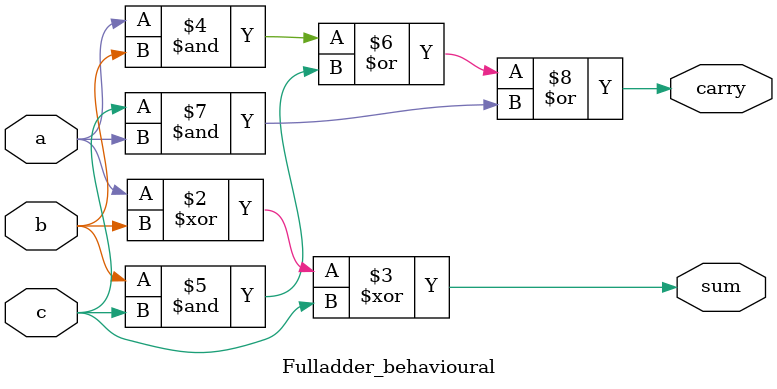
<source format=v>
`timescale 1ns / 1ps
module Fulladder_behavioural(a,b,c,sum,carry);
input a,b,c;
output sum,carry;
reg sum,carry;
always@(a,b,c)
begin
sum=a^b^c;
carry=(a&b)|(b&c)|(c&a);
end
endmodule

</source>
